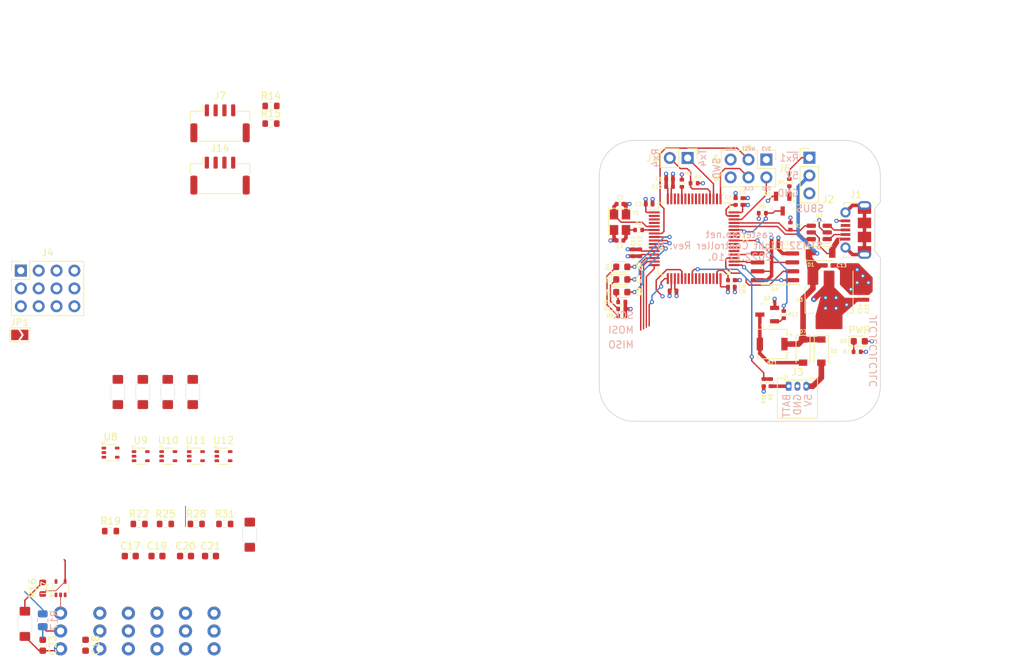
<source format=kicad_pcb>
(kicad_pcb (version 20240108) (generator "pcbnew") (generator_version "8.0")
  (layers (0 "F.Cu" signal) (1 "In1.Cu" power) (2 "In2.Cu" power) (31 "B.Cu" signal) (34 "B.Paste" user) (35 "F.Paste" user) (36 "B.SilkS" user "B.Silkscreen") (37 "F.SilkS" user "F.Silkscreen") (38 "B.Mask" user) (39 "F.Mask" user) (44 "Edge.Cuts" user))
  (net 0 "")
  (net 1 "GND")
  (net 2 "/NRST")
  (net 3 "/OSC_IN")
  (net 4 "/OSC_OUT")
  (net 5 "/VCAP1")
  (net 6 "/VCAP2")
  (net 7 "+5V")
  (net 8 "VBUS")
  (net 9 "/USB_CONN_D-")
  (net 10 "/USB_CONN_D+")
  (net 11 "Net-(BZ1--)")
  (net 12 "/UART1_RX")
  (net 13 "/BOOT0")
  (net 14 "+3.3V")
  (net 15 "/UART1_RX_INV")
  (net 16 "/LED_RED")
  (net 17 "/LED_GREEN")
  (net 18 "/LED_BLUE")
  (net 19 "/TIM5_CH1")
  (net 20 "/TIM5_CH2")
  (net 21 "/TIM5_CH3")
  (net 22 "/TIM5_CH4")
  (net 23 "Net-(D2-A)")
  (net 24 "Net-(D3-K)")
  (net 28 "Net-(D4-K)")
  (net 29 "Net-(D5-K)")
  (net 30 "/FLASH_NSS")
  (net 31 "/SPI2_SCK")
  (net 32 "Net-(D6-K)")
  (net 35 "/USB_D-")
  (net 36 "/USB_D+")
  (net 37 "/SWDIO")
  (net 38 "/SWCLK")
  (net 40 "/UART4_TX")
  (net 41 "/UART4_RX")
  (net 48 "/SPI2_MISO")
  (net 49 "/SPI2_MOSI")
  (net 51 "/PWM_5V")
  (net 52 "/SDA")
  (net 53 "/SCL")
  (net 54 "/Sensors/COUNT")
  (net 55 "Net-(C4-Pad1)")
  (net 56 "+BATT")
  (net 57 "/V_BATT")
  (net 58 "Net-(Q1-B)")
  (net 59 "/TIM3_CH4")
  (net 60 "Net-(Q2-B)")
  (net 61 "Net-(D8-A)")
  (net 62 "/rpm_1")
  (net 63 "Net-(D9-A)")
  (net 64 "/rpm_2")
  (net 65 "/rpm_3")
  (net 66 "Net-(D10-A)")
  (net 67 "/rpm_4")
  (net 68 "Net-(D11-A)")
  (net 69 "/rpm_5")
  (net 70 "Net-(D12-A)")
  (net 71 "/rpm_6")
  (net 72 "Net-(D13-A)")
  (net 95 "Net-(J10-Pin_2)")
  (footprint "Resistor_SMD:R_0402_1005Metric" (layer "F.Cu") (at 143.5 86.1 180)
    (property "Reference" "R4")
    (property "Value" "10k")
  )
  (footprint "Resistor_SMD:R_0402_1005Metric" (layer "F.Cu") (at 135.6 92.75)
    (property "Reference" "R2")
    (property "Value" "470")
  )
  (footprint "digikey-footprints:SOT-23-3" (layer "F.Cu") (at 156.1 89 -90)
    (property "Reference" "Q1")
    (property "Value" "S9013")
  )
  (footprint "SparkFun-Connector:1x03" (layer "F.Cu") (at 71.12 147.32 -90)
    (property "Reference" "J12")
    (property "Value" "Conn_01x03")
  )
  (footprint "Capacitor_SMD:C_0402_1005Metric" (layer "F.Cu") (at 132.95 94.25 180)
    (property "Reference" "C4")
    (property "Value" "10pF")
  )
  (footprint "Resistor_SMD:R_0402_1005Metric" (layer "F.Cu") (at 154.4 114.49 90)
    (property "Reference" "R9")
    (property "Value" "1k")
  )
  (footprint "Custom_Parts:PWM_Conn_3x04" (layer "F.Cu") (at 51.495 101.076)
    (property "Reference" "J4")
    (property "Value" "PWM_Conn_3x04")
  )
  (footprint "Capacitor_SMD:C_0402_1005Metric" (layer "F.Cu") (at 155 94.6)
    (property "Reference" "C16")
    (property "Value" "100nF")
  )
  (footprint "Connector_PinHeader_2.54mm:PinHeader_1x02_P2.54mm_Vertical" (layer "F.Cu") (at 142.575 82.5 -90)
    (property "Reference" "J5")
    (property "Value" "2.54mm Male")
  )
  (footprint "Capacitor_SMD:C_0402_1005Metric" (layer "F.Cu") (at 134.8 96 90)
    (property "Reference" "C11")
    (property "Value" "1uF")
  )
  (footprint "Resistor_SMD:R_0402_1005Metric" (layer "F.Cu") (at 156.25 104.8 -90)
    (property "Reference" "R13")
    (property "Value" "180")
  )
  (footprint "Resistor_SMD:R_0603_1608Metric" (layer "F.Cu") (at 83.281 77.6)
    (property "Reference" "R15")
    (property "Value" "10k")
  )
  (footprint "Package_TO_SOT_SMD:SOT-353_SC-70-5" (layer "F.Cu") (at 64.746 124.968)
    (property "Reference" "U9")
    (property "Value" "SN74LVC1G14QDCKRQ1")
  )
  (footprint "Connector_Molex:Molex_PicoBlade_53048-0310_1x03_P1.25mm_Horizontal" (layer "F.Cu") (at 156.95 115)
    (property "Reference" "J3")
    (property "Value" "Molex 53048-03")
  )
  (footprint "Capacitor_SMD:C_0402_1005Metric" (layer "F.Cu") (at 148.8 100.85)
    (property "Reference" "C8")
    (property "Value" "100nF")
  )
  (footprint "Capacitor_SMD:C_0402_1005Metric" (layer "F.Cu") (at 137.1 89.1)
    (property "Reference" "C3")
    (property "Value" "100nF")
  )
  (footprint "Resistor_SMD:R_0402_1005Metric" (layer "F.Cu") (at 133.2 105)
    (property "Reference" "R8")
    (property "Value" "1k")
  )
  (footprint "SparkFun-Connector:1x03" (layer "F.Cu") (at 75.184 147.32 -90)
    (property "Reference" "J13")
    (property "Value" "Conn_01x03")
  )
  (footprint "LED_SMD:LED_0603_1608Metric" (layer "F.Cu") (at 133.2 99.8)
    (property "Reference" "D5")
    (property "Value" "Green")
  )
  (footprint "Resistor_SMD:R_0402_1005Metric" (layer "F.Cu") (at 153.2 90.35)
    (property "Reference" "R6")
    (property "Value" "10k")
  )
  (footprint "Resistor_SMD:R_0603_1608Metric" (layer "F.Cu") (at 64.516 134.62)
    (property "Reference" "R22")
    (property "Value" "51R")
  )
  (footprint "Resistor_SMD:R_0603_1608Metric" (layer "F.Cu") (at 60.452 135.636)
    (property "Reference" "R19")
    (property "Value" "51R")
  )
  (footprint "Resistor_SMD:R_0603_1608Metric" (layer "F.Cu") (at 68.263 134.62)
    (property "Reference" "R25")
    (property "Value" "51R")
  )
  (footprint "Resistor_SMD:R_0402_1005Metric" (layer "F.Cu") (at 166.7 110.1)
    (property "Reference" "R7")
    (property "Value" "1k")
  )
  (footprint "Package_TO_SOT_SMD:SOT-353_SC-70-5" (layer "F.Cu") (at 60.452 124.46)
    (property "Reference" "U8")
    (property "Value" "SN74LVC1G14QDCKRQ1")
  )
  (footprint "Package_TO_SOT_SMD:SOT-223-3_TabPin2" (layer "F.Cu") (at 162.7 102.7 -90)
    (property "Reference" "U3")
    (property "Value" "AMS1117-3.3")
  )
  (footprint "Package_QFP:LQFP-64_10x10mm_P0.5mm" (layer "F.Cu") (at 143.5 94)
    (property "Reference" "U1")
    (property "Value" "STM32F405RGTx")
  )
  (footprint "Capacitor_SMD:C_0402_1005Metric" (layer "F.Cu") (at 148.8 99.9 180)
    (property "Reference" "C6")
    (property "Value" "2.2uF")
  )
  (footprint "Mlab_D:LED_1206_mill" (layer "F.Cu") (at 72.142 115.824 -90)
    (property "Reference" "D9" (hide yes))
    (property "Value" "KPTR-3216SURCK" (hide yes))
    (fp_line (start -0.8 1) (end 0.8 1) (stroke (width 0.05)) (layer "Edge.Cuts"))
    (fp_line (start 1.1 0.7) (end 1.1 -0.7) (stroke (width 0.05)) (layer "Edge.Cuts"))
    (fp_line (start -1.1 -0.7) (end -1.1 0.7) (stroke (width 0.05)) (layer "Edge.Cuts"))
    (fp_line (start 0.8 -1) (end -0.8 -1) (stroke (width 0.05)) (layer "Edge.Cuts"))
    (fp_arc (start -0.8 1) (mid -1.012132 0.912132) (end -1.1 0.7) (stroke (width 0.05)) (layer "Edge.Cuts"))
    (fp_arc (start 1.1 0.7) (mid 1.012132 0.912132) (end 0.8 1) (stroke (width 0.05)) (layer "Edge.Cuts"))
    (fp_arc (start -1.1 -0.7) (mid -1.012132 -0.912132) (end -0.8 -1) (stroke (width 0.05)) (layer "Edge.Cuts"))
    (fp_arc (start 0.8 -1) (mid 1.012132 -0.912132) (end 1.1 -0.7) (stroke (width 0.05)) (layer "Edge.Cuts"))
  )
  (footprint "Capacitor_SMD:C_0603_1608Metric" (layer "F.Cu") (at 63.259 139.192)
    (property "Reference" "C17")
    (property "Value" "10uF")
  )
  (footprint "SparkFun-Connector:1x03" (layer "F.Cu") (at 58.928 147.32 -90)
    (property "Reference" "J9")
    (property "Value" "Conn_01x03")
  )
  (footprint "Resistor_SMD:R_0402_1005Metric" (layer "F.Cu") (at 133.2 103)
    (property "Reference" "R12")
    (property "Value" "1k")
  )
  (footprint "Capacitor_SMD:C_0402_1005Metric" (layer "F.Cu") (at 149.4 88.7 90)
    (property "Reference" "C7")
    (property "Value" "2.2uF")
  )
  (footprint "Capacitor_SMD:C_0402_1005Metric" (layer "F.Cu") (at 150.4 88.7 90)
    (property "Reference" "C9")
    (property "Value" "100nF")
  )
  (footprint "Resistor_SMD:R_0402_1005Metric" (layer "F.Cu") (at 157.05 86 -90)
    (property "Reference" "R5")
    (property "Value" "1k")
  )
  (footprint "Jumper:SolderJumper-2_P1.3mm_Open_TrianglePad1.0x1.5mm" (layer "F.Cu") (at 47.535 107.696)
    (property "Reference" "JP1")
    (property "Value" "Jumper")
  )
  (footprint "Package_TO_SOT_SMD:SOT-353_SC-70-5" (layer "F.Cu") (at 76.521 124.968)
    (property "Reference" "U12")
    (property "Value" "SN74LVC1G14QDCKRQ1")
  )
  (footprint "MountingHole:MountingHole_3.2mm_M3" (layer "F.Cu") (at 165.25 84.75)
    (property "Reference" "H2" (hide yes))
    (property "Value" "MountingHole")
  )
  (footprint "Connector_USB:USB_Micro-B_Molex-105017-0001" (layer "F.Cu") (at 166.5 92.75 90)
    (property "Reference" "J1")
    (property "Value" "USB_B_Micro")
  )
  (footprint "Capacitor_SMD:C_0402_1005Metric" (layer "F.Cu") (at 167.15 102.2 90)
    (property "Reference" "C14")
    (property "Value" "100nF")
  )
  (footprint "digikey-footprints:SOT-23-3" (layer "F.Cu") (at 153.9 104.8 180)
    (property "Reference" "Q2")
    (property "Value" "S9013")
  )
  (footprint "Resistor_SMD:R_0402_1005Metric" (layer "F.Cu") (at 133.2 104)
    (property "Reference" "R11")
    (property "Value" "1k")
  )
  (footprint "Capacitor_SMD:C_0402_1005Metric" (layer "F.Cu") (at 135.8 96 90)
    (property "Reference" "C12")
    (property "Value" "100nF")
  )
  (footprint "LED_SMD:LED_0603_1608Metric" (layer "F.Cu") (at 133.2 101.6)
    (property "Reference" "D6")
    (property "Value" "Blue")
  )
  (footprint "MountingHole:MountingHole_3.2mm_M3" (layer "F.Cu") (at 134.75 115.25)
    (property "Reference" "H3" (hide yes))
    (property "Value" "MountingHole")
  )
  (footprint "Mlab_D:LED_1206_mill" (layer "F.Cu") (at 61.492 115.824 -90)
    (property "Reference" "D12" (hide yes))
    (property "Value" "KPTR-3216SURCK" (hide yes))
    (fp_line (start -0.8 1) (end 0.8 1) (stroke (width 0.05)) (layer "Edge.Cuts"))
    (fp_line (start 1.1 0.7) (end 1.1 -0.7) (stroke (width 0.05)) (layer "Edge.Cuts"))
    (fp_line (start -1.1 -0.7) (end -1.1 0.7) (stroke (width 0.05)) (layer "Edge.Cuts"))
    (fp_line (start 0.8 -1) (end -0.8 -1) (stroke (width 0.05)) (layer "Edge.Cuts"))
    (fp_arc (start -0.8 1) (mid -1.012132 0.912132) (end -1.1 0.7) (stroke (width 0.05)) (layer "Edge.Cuts"))
    (fp_arc (start 1.1 0.7) (mid 1.012132 0.912132) (end 0.8 1) (stroke (width 0.05)) (layer "Edge.Cuts"))
    (fp_arc (start -1.1 -0.7) (mid -1.012132 -0.912132) (end -0.8 -1) (stroke (width 0.05)) (layer "Edge.Cuts"))
    (fp_arc (start 0.8 -1) (mid 1.012132 -0.912132) (end 1.1 -0.7) (stroke (width 0.05)) (layer "Edge.Cuts"))
  )
  (footprint "Resistor_SMD:R_0402_1005Metric" (layer "F.Cu") (at 153.4 114.49 -90)
    (property "Reference" "R10")
    (property "Value" "1k")
  )
  (footprint "FUET-4020:FUET-4020" (layer "F.Cu") (at 154.6 109 180)
    (property "Reference" "BZ1")
    (property "Value" "FUET-4020")
  )
  (footprint "Capacitor_SMD:C_0603_1608Metric" (layer "F.Cu") (at 56.896 151.892 -90)
    (property "Reference" "C18")
    (property "Value" "10uF")
  )
  (footprint "Resistor_SMD:R_0603_1608Metric" (layer "F.Cu") (at 72.644 134.62)
    (property "Reference" "R28")
    (property "Value" "51R")
  )
  (footprint "Package_TO_SOT_SMD:SOT-353_SC-70-5" (layer "F.Cu") (at 72.596 124.968)
    (property "Reference" "U11")
    (property "Value" "SN74LVC1G14QDCKRQ1")
  )
  (footprint "Mlab_D:LED_1206_mill" (layer "F.Cu") (at 80.264 136.144 -90)
    (property "Reference" "D13" (hide yes))
    (property "Value" "KPTR-3216SURCK" (hide yes))
    (fp_line (start -0.8 1) (end 0.8 1) (stroke (width 0.05)) (layer "Edge.Cuts"))
    (fp_line (start 1.1 0.7) (end 1.1 -0.7) (stroke (width 0.05)) (layer "Edge.Cuts"))
    (fp_line (start -1.1 -0.7) (end -1.1 0.7) (stroke (width 0.05)) (layer "Edge.Cuts"))
    (fp_line (start 0.8 -1) (end -0.8 -1) (stroke (width 0.05)) (layer "Edge.Cuts"))
    (fp_arc (start -0.8 1) (mid -1.012132 0.912132) (end -1.1 0.7) (stroke (width 0.05)) (layer "Edge.Cuts"))
    (fp_arc (start 1.1 0.7) (mid 1.012132 0.912132) (end 0.8 1) (stroke (width 0.05)) (layer "Edge.Cuts"))
    (fp_arc (start -1.1 -0.7) (mid -1.012132 -0.912132) (end -0.8 -1) (stroke (width 0.05)) (layer "Edge.Cuts"))
    (fp_arc (start 0.8 -1) (mid 1.012132 -0.912132) (end 1.1 -0.7) (stroke (width 0.05)) (layer "Edge.Cuts"))
  )
  (footprint "Capacitor_SMD:C_0402_1005Metric" (layer "F.Cu") (at 132.95 89.05 180)
    (property "Reference" "C2")
    (property "Value" "10pF")
  )
  (footprint "Capacitor_SMD:C_0402_1005Metric" (layer "F.Cu") (at 140.5 101.4 180)
    (property "Reference" "C5" (hide yes))
    (property "Value" "100nF")
  )
  (footprint "Crystal:Crystal_SMD_Abracon_ABM8G-4Pin_3.2x2.5mm" (layer "F.Cu") (at 132.95 91.65 -90)
    (property "Reference" "Y1")
    (property "Value" "16MHz")
  )
  (footprint "Resistor_SMD:R_0603_1608Metric" (layer "F.Cu") (at 50.8 143.764 90)
    (property "Reference" "R16")
    (property "Value" "51R")
  )
  (footprint "Mlab_D:LED_1206_mill" (layer "F.Cu") (at 68.592 115.824 -90)
    (property "Reference" "D10" (hide yes))
    (property "Value" "KPTR-3216SURCK" (hide yes))
    (fp_line (start -0.8 1) (end 0.8 1) (stroke (width 0.05)) (layer "Edge.Cuts"))
    (fp_line (start 1.1 0.7) (end 1.1 -0.7) (stroke (width 0.05)) (layer "Edge.Cuts"))
    (fp_line (start -1.1 -0.7) (end -1.1 0.7) (stroke (width 0.05)) (layer "Edge.Cuts"))
    (fp_line (start 0.8 -1) (end -0.8 -1) (stroke (width 0.05)) (layer "Edge.Cuts"))
    (fp_arc (start -0.8 1) (mid -1.012132 0.912132) (end -1.1 0.7) (stroke (width 0.05)) (layer "Edge.Cuts"))
    (fp_arc (start 1.1 0.7) (mid 1.012132 0.912132) (end 0.8 1) (stroke (width 0.05)) (layer "Edge.Cuts"))
    (fp_arc (start -1.1 -0.7) (mid -1.012132 -0.912132) (end -0.8 -1) (stroke (width 0.05)) (layer "Edge.Cuts"))
    (fp_arc (start 0.8 -1) (mid 1.012132 -0.912132) (end 1.1 -0.7) (stroke (width 0.05)) (layer "Edge.Cuts"))
  )
  (footprint "Resistor_SMD:R_0402_1005Metric" (layer "F.Cu") (at 141.75 86.1 90)
    (property "Reference" "R1")
    (property "Value" "100k")
  )
  (footprint "Capacitor_SMD:C_0402_1005Metric" (layer "F.Cu") (at 162.7 97.8)
    (property "Reference" "C13")
    (property "Value" "10uF")
  )
  (footprint "MountingHole:MountingHole_3.2mm_M3" (layer "F.Cu") (at 134.75 84.75)
    (property "Reference" "H1" (hide yes))
    (property "Value" "MountingHole")
  )
  (footprint "Resistor_SMD:R_0603_1608Metric" (layer "F.Cu") (at 83.281 75.09)
    (property "Reference" "R14")
    (property "Value" "10k")
  )
  (footprint "Package_SO:SOIC-8_3.9x4.9mm_P1.27mm" (layer "F.Cu") (at 155 98 180)
    (property "Reference" "U4")
    (property "Value" "W25X40CLSN")
  )
  (footprint "LED_SMD:LED_0603_1608Metric" (layer "F.Cu") (at 133.2 98)
    (property "Reference" "D4")
    (property "Value" "Red")
  )
  (footprint "Diode_SMD:D_SOD-123" (layer "F.Cu") (at 161.6 110 -90)
    (property "Reference" "D2")
    (property "Value" "B5819W")
  )
  (footprint "Capacitor_SMD:C_0603_1608Metric" (layer "F.Cu") (at 71.12 139.192)
    (property "Reference" "C20")
    (property "Value" "10uF")
  )
  (footprint "Capacitor_SMD:C_0402_1005Metric" (layer "F.Cu") (at 168.1 102.2 90)
    (property "Reference" "C15")
    (property "Value" "10uF")
  )
  (footprint "Connector_JST:JST_GH_SM04B-GHS-TB_1x04-1MP_P1.25mm_Horizontal" (layer "F.Cu") (at 76.031 85.01)
    (property "Reference" "J14")
    (property "Value" "SM04B-GHS-TB")
  )
  (footprint "Mlab_D:LED_1206_mill" (layer "F.Cu") (at 48.26 148.844 -90)
    (property "Reference" "D8" (hide yes))
    (property "Value" "KPTR-3216SURCK" (hide yes))
    (fp_line (start -0.8 1) (end 0.8 1) (stroke (width 0.05)) (layer "Edge.Cuts"))
    (fp_line (start 1.1 0.7) (end 1.1 -0.7) (stroke (width 0.05)) (layer "Edge.Cuts"))
    (fp_line (start -1.1 -0.7) (end -1.1 0.7) (stroke (width 0.05)) (layer "Edge.Cuts"))
    (fp_line (start 0.8 -1) (end -0.8 -1) (stroke (width 0.05)) (layer "Edge.Cuts"))
    (fp_arc (start -0.8 1) (mid -1.012132 0.912132) (end -1.1 0.7) (stroke (width 0.05)) (layer "Edge.Cuts"))
    (fp_arc (start 1.1 0.7) (mid 1.012132 0.912132) (end 0.8 1) (stroke (width 0.05)) (layer "Edge.Cuts"))
    (fp_arc (start -1.1 -0.7) (mid -1.012132 -0.912132) (end -0.8 -1) (stroke (width 0.05)) (layer "Edge.Cuts"))
    (fp_arc (start 0.8 -1) (mid 1.012132 -0.912132) (end 1.1 -0.7) (stroke (width 0.05)) (layer "Edge.Cuts"))
  )
  (footprint "MountingHole:MountingHole_3.2mm_M3" (layer "F.Cu") (at 165.25 115.25)
    (property "Reference" "H4" (hide yes))
    (property "Value" "MountingHole")
  )
  (footprint "SparkFun-Connector:1x03" (layer "F.Cu") (at 62.992 147.32 -90)
    (property "Reference" "J10")
    (property "Value" "Conn_01x03")
  )
  (footprint "Connector_JST:JST_GH_SM04B-GHS-TB_1x04-1MP_P1.25mm_Horizontal" (layer "F.Cu") (at 76.031 77.56)
    (property "Reference" "J7")
    (property "Value" "SM04B-GHS-TB")
  )
  (footprint "Capacitor_SMD:C_0603_1608Metric" (layer "F.Cu") (at 74.676 139.192)
    (property "Reference" "C21")
    (property "Value" "10uF")
  )
  (footprint "Diode_SMD:D_SOD-123" (layer "F.Cu") (at 159 110 -90)
    (property "Reference" "D7")
    (property "Value" "B5819W")
  )
  (footprint "Package_TO_SOT_SMD:SOT-353_SC-70-5" (layer "F.Cu") (at 68.671 124.968)
    (property "Reference" "U10")
    (property "Value" "SN74LVC1G14QDCKRQ1")
  )
  (footprint "Package_TO_SOT_SMD:SOT-23-6" (layer "F.Cu") (at 161.3 93.1 180)
    (property "Reference" "U2")
    (property "Value" "USBLC6-2SC6")
  )
  (footprint "SparkFun-Connector:1x03" (layer "F.Cu") (at 53.34 147.32 -90)
    (property "Reference" "J8")
    (property "Value" "Conn_01x03")
  )
  (footprint "Package_TO_SOT_SMD:SOT-353_SC-70-5" (layer "F.Cu") (at 53.34 143.764 90)
    (property "Reference" "U7")
    (property "Value" "SN74LVC1G14QDCKRQ1")
  )
  (footprint "Connector_PinHeader_2.54mm:PinHeader_1x03_P2.54mm_Vertical" (layer "F.Cu") (at 159.9 82.46)
    (property "Reference" "J2")
    (property "Value" "2.54mm Male")
  )
  (footprint "Connector_PinHeader_2.54mm:PinHeader_2x03_P2.54mm_Vertical" (layer "F.Cu") (at 153.775 82.725 -90)
    (property "Reference" "J6")
    (property "Value" "2.54mm Male")
  )
  (footprint "Mlab_D:LED_1206_mill" (layer "F.Cu") (at 65.042 115.824 -90)
    (property "Reference" "D11" (hide yes))
    (property "Value" "KPTR-3216SURCK" (hide yes))
    (fp_line (start -0.8 1) (end 0.8 1) (stroke (width 0.05)) (layer "Edge.Cuts"))
    (fp_line (start 1.1 0.7) (end 1.1 -0.7) (stroke (width 0.05)) (layer "Edge.Cuts"))
    (fp_line (start -1.1 -0.7) (end -1.1 0.7) (stroke (width 0.05)) (layer "Edge.Cuts"))
    (fp_line (start 0.8 -1) (end -0.8 -1) (stroke (width 0.05)) (layer "Edge.Cuts"))
    (fp_arc (start -0.8 1) (mid -1.012132 0.912132) (end -1.1 0.7) (stroke (width 0.05)) (layer "Edge.Cuts"))
    (fp_arc (start 1.1 0.7) (mid 1.012132 0.912132) (end 0.8 1) (stroke (width 0.05)) (layer "Edge.Cuts"))
    (fp_arc (start -1.1 -0.7) (mid -1.012132 -0.912132) (end -0.8 -1) (stroke (width 0.05)) (layer "Edge.Cuts"))
    (fp_arc (start 0.8 -1) (mid 1.012132 -0.912132) (end 1.1 -0.7) (stroke (width 0.05)) (layer "Edge.Cuts"))
  )
  (footprint "Capacitor_SMD:C_0603_1608Metric" (layer "F.Cu") (at 50.8 151.892 -90)
    (property "Reference" "C23")
    (property "Value" "10uF")
  )
  (footprint "Capacitor_SMD:C_0603_1608Metric" (layer "F.Cu") (at 67.056 139.192)
    (property "Reference" "C19")
    (property "Value" "10uF")
  )
  (footprint "SparkFun-Connector:1x03" (layer "F.Cu") (at 67.056 147.32 -90)
    (property "Reference" "J11")
    (property "Value" "Conn_01x03")
  )
  (footprint "Resistor_SMD:R_0603_1608Metric" (layer "F.Cu") (at 76.708 134.62)
    (property "Reference" "R31")
    (property "Value" "51R")
  )
  (footprint "Diode_SMD:D_SOD-123" (layer "F.Cu") (at 161.5 96.1)
    (property "Reference" "D1")
    (property "Value" "B5819W")
  )
  (footprint "Resistor_SMD:R_0402_1005Metric" (layer "F.Cu") (at 157.2 92.2 -90)
    (property "Reference" "R3")
    (property "Value" "1.5k")
  )
  (footprint "Capacitor_SMD:C_0402_1005Metric" (layer "F.Cu") (at 140 86.6)
    (property "Reference" "C10")
    (property "Value" "100nF")
  )
  (footprint "Capacitor_SMD:C_0402_1005Metric" (layer "F.Cu") (at 140 85.5)
    (property "Reference" "C1")
    (property "Value" "10uF")
  )
  (footprint "LED_SMD:LED_0603_1608Metric" (layer "F.Cu") (at 167 108.6)
    (property "Reference" "D3")
    (property "Value" "Red")
  )
  (footprint "Resistor_SMD:R_0805_2012Metric" (layer "B.Cu") (at 50.8 148.336 90)
    (property "Reference" "R17")
    (property "Value" "82R")
  )
  (gr_poly (pts (xy 151.25 81) (xy 150.95 80.7) (xy 151.55 80.7)) (stroke (width 0.15)) (fill solid) (layer "F.SilkS"))
  (gr_line (start 169.2 95.8) (end 170 96.7) (stroke (width 0.1)) (layer "Edge.Cuts"))
  (gr_arc (start 135 120) (mid 131.464466 118.535534) (end 130 115) (stroke (width 0.1)) (layer "Edge.Cuts"))
  (gr_arc (start 170 115) (mid 168.535534 118.535534) (end 165 120) (stroke (width 0.1)) (layer "Edge.Cuts"))
  (gr_arc (start 165 80) (mid 168.535534 81.464466) (end 170 85) (stroke (width 0.1)) (layer "Edge.Cuts"))
  (gr_arc (start 130 85) (mid 131.464466 81.464466) (end 135 80) (stroke (width 0.1)) (layer "Edge.Cuts"))
  (gr_line (start 170 88.8) (end 169.2 89.7) (stroke (width 0.1)) (layer "Edge.Cuts"))
  (gr_line (start 170 96.7) (end 170 115) (stroke (width 0.1)) (layer "Edge.Cuts"))
  (gr_line (start 170 85) (end 170 88.8) (stroke (width 0.1)) (layer "Edge.Cuts"))
  (gr_line (start 165 120) (end 135 120) (stroke (width 0.1)) (layer "Edge.Cuts"))
  (gr_line (start 130 115) (end 130 85) (stroke (width 0.1)) (layer "Edge.Cuts"))
  (gr_line (start 135 80) (end 165 80) (stroke (width 0.1)) (layer "Edge.Cuts"))
  (gr_line (start 169.2 89.7) (end 169.2 95.8) (stroke (width 0.1)) (layer "Edge.Cuts"))
  (gr_text "GND" (at 158.5 87.5 0) (layer "B.SilkS") (effects (font (size 1 1)) (justify left mirror)))
  (gr_text "3V3" (at 153.8 81.2 0) (layer "B.SilkS") (effects (font (size 0.5 0.5) (thickness 0.1)) (justify mirror)))
  (gr_text "5V" (at 159.75 116 90) (layer "B.SilkS") (effects (font (size 1 1)) (justify left mirror)))
  (gr_text "BATT" (at 156.65 116 90) (layer "B.SilkS") (effects (font (size 1 1)) (justify left mirror)))
  (gr_text "SBUS" (at 160 89.7 0) (layer "B.SilkS") (effects (font (size 1 1)) (justify mirror)))
  (gr_text "GND" (at 158.2 116 90) (layer "B.SilkS") (effects (font (size 1 1)) (justify left mirror)))
  (gr_text "Rx4" (at 138 82.5 90) (layer "B.SilkS") (effects (font (size 1 1)) (justify mirror)))
  (gr_text "casterian.net\nSTM32 Flight Controller Rev. B\n2022.12.10." (at 150 95 0) (layer "B.SilkS") (effects (font (size 1 1)) (justify mirror)))
  (gr_text "MISO" (at 135 109.1 0) (layer "B.SilkS") (effects (font (size 1 1)) (justify left mirror)))
  (gr_text "Tx4" (at 144.7 82.5 90) (layer "B.SilkS") (effects (font (size 1 1)) (justify mirror)))
  (gr_text "CLK" (at 151.25 86.85 0) (layer "B.SilkS") (effects (font (size 0.5 0.5) (thickness 0.1)) (justify mirror)))
  (gr_text "DIO" (at 153.8 86.85 0) (layer "B.SilkS") (effects (font (size 0.5 0.5) (thickness 0.1)) (justify mirror)))
  (gr_text "JLCJLCJLCJLC" (at 169 110 90) (layer "B.SilkS") (effects (font (size 1 1)) (justify mirror)))
  (gr_text "SWD" (at 146.7 84 90) (layer "B.SilkS") (effects (font (size 1 1)) (justify mirror)))
  (gr_text "NRST" (at 151.25 81.2 0) (layer "B.SilkS") (effects (font (size 0.5 0.5) (thickness 0.1)) (justify mirror)))
  (gr_text "5V" (at 158.5 85 0) (layer "B.SilkS") (effects (font (size 1 1)) (justify left mirror)))
  (gr_text "MOSI" (at 135 107 0) (layer "B.SilkS") (effects (font (size 1 1)) (justify left mirror)))
  (gr_text "SCK" (at 135 104.9 0) (layer "B.SilkS") (effects (font (size 1 1)) (justify left mirror)))
  (gr_text "~{Rx}1" (at 158.5 82.5 0) (layer "B.SilkS") (effects (font (size 1 1)) (justify left mirror)))
  (gr_text "GND" (at 148.7 81.2 0) (layer "B.SilkS") (effects (font (size 0.5 0.5) (thickness 0.1)) (justify mirror)))
  (gr_text "B" (at 135 101.6 0) (layer "F.SilkS") (effects (font (size 1 1)) (justify left)))
  (gr_text "R" (at 135 98 0) (layer "F.SilkS") (effects (font (size 1 1)) (justify left)))
  (gr_text "5" (at 147.2 82.7 0) (layer "F.SilkS") (effects (font (size 1 1)) (justify right)))
  (gr_text "PWR" (at 167 107 0) (layer "F.SilkS") (effects (font (size 1 1))))
  (gr_text "G" (at 135 99.8 0) (layer "F.SilkS") (effects (font (size 1 1)) (justify left)))
  (gr_text "6" (at 147.2 85.3 0) (layer "F.SilkS") (effects (font (size 1 1)) (justify right)))
  (segment (start 166.0375 89.25) (end 165.0375 90.25) (width 0.5) (layer "F.Cu") (net 0))
  (segment (start 167.7375 91.75) (end 167.7375 89.85) (width 0.5) (layer "F.Cu") (net 0))
  (segment (start 166.0375 96.25) (end 165.0375 95.25) (width 0.5) (layer "F.Cu") (net 0))
  (segment (start 167.7375 96.25) (end 166.0375 96.25) (width 0.5) (layer "F.Cu") (net 0))
  (segment (start 167.7375 95.65) (end 167.7375 93.75) (width 0.5) (layer "F.Cu") (net 0))
  (segment (start 167.7375 89.25) (end 166.0375 89.25) (width 0.5) (layer "F.Cu") (net 0))
  (segment (start 71.12 132.08) (end 71.12 134.985368) (width 0.1) (layer "F.Cu") (net 0))
  (segment (start 167.7375 93.75) (end 167.7375 91.75) (width 0.5) (layer "F.Cu") (net 0))
  (segment (start 50.8 152.667) (end 53.073 152.667) (width 0.2) (layer "F.Cu") (net 1))
  (segment (start 137.58 89.1) (end 137.58 88.37) (width 0.5) (layer "F.Cu") (net 1))
  (segment (start 156.095 96.095) (end 155.48 95.48) (width 0.5) (layer "F.Cu") (net 1))
  (segment (start 155.15 87.95) (end 154.65 87.95) (width 0.2) (layer "F.Cu") (net 1))
  (segment (start 133.71 104) (end 133.71 105) (width 0.5) (layer "F.Cu") (net 1))
  (segment (start 48.26 150.644) (end 50.283 152.667) (width 0.2) (layer "F.Cu") (net 1))
  (segment (start 132.47 94.25) (end 131.6 94.25) (width 0.5) (layer "F.Cu") (net 1))
  (segment (start 149.4 88.22) (end 149.4 87.5) (width 0.5) (layer "F.Cu") (net 1))
  (segment (start 154.65 87.95) (end 154 88.6) (width 0.2) (layer "F.Cu") (net 1))
  (segment (start 157.475 96.095) (end 156.095 96.095) (width 0.5) (layer "F.Cu") (net 1))
  (segment (start 140.25 86.83) (end 140.48 86.6) (width 0.2) (layer "F.Cu") (net 1))
  (segment (start 133.43 89.05) (end 134.3 89.05) (width 0.5) (layer "F.Cu") (net 1))
  (segment (start 150.4 88.22) (end 151.13 88.22) (width 0.5) (layer "F.Cu") (net 1))
  (segment (start 132.1 93.88) (end 132.47 94.25) (width 0.5) (layer "F.Cu") (net 1))
  (segment (start 149.28 101.58) (end 149.3 101.6) (width 0.5) (layer "F.Cu") (net 1))
  (segment (start 153.4 115) (end 153.4 115.75) (width 0.5) (layer "F.Cu") (net 1))
  (segment (start 53.073 152.667) (end 53.34 152.4) (width 0.2) (layer "F.Cu") (net 1))
  (segment (start 140.25 88.325) (end 140.25 86.83) (width 0.2) (layer "F.Cu") (net 1))
  (segment (start 162.4375 93.1) (end 162.088604 93.1) (width 0.2) (layer "F.Cu") (net 1))
  (segment (start 137.58 88.37) (end 137.6 88.35) (width 0.5) (layer "F.Cu") (net 1))
  (segment (start 134.07 95.52) (end 134.05 95.5) (width 0.5) (layer "F.Cu") (net 1))
  (segment (start 135.8 95.52) (end 134.8 95.52) (width 0.5) (layer "F.Cu") (net 1))
  (segment (start 154.95 103.85) (end 154.95 102.55) (width 0.5) (layer "F.Cu") (net 1))
  (segment (start 140.48 86.6) (end 140.48 85.5) (width 0.5) (layer "F.Cu") (net 1))
  (segment (start 162.088604 93.1) (end 161.3 92.311396) (width 0.2) (layer "F.Cu") (net 1))
  (segment (start 133.8 89.42) (end 133.43 89.05) (width 0.5) (layer "F.Cu") (net 1))
  (segment (start 140.25 101.17) (end 140.02 101.4) (width 0.2) (layer "F.Cu") (net 1))
  (segment (start 133.71 103) (end 133.71 104) (width 0.5) (layer "F.Cu") (net 1))
  (segment (start 167.21 110.1) (end 167.95 110.1) (width 0.2) (layer "F.Cu") (net 1))
  (segment (start 155.48 93.87) (end 155.5 93.85) (width 0.5) (layer "F.Cu") (net 1))
  (segment (start 140.25 99.675) (end 140.25 101.17) (width 0.2) (layer "F.Cu") (net 1))
  (segment (start 149.28 100.85) (end 149.28 101.58) (width 0.5) (layer "F.Cu") (net 1))
  (segment (start 140.02 101.4) (end 140.02 102.13) (width 0.5) (layer "F.Cu") (net 1))
  (segment (start 140.48 85.5) (end 140.48 84.77) (width 0.5) (layer "F.Cu") (net 1))
  (segment (start 133.71 104) (end 134.45 104) (width 0.5) (layer "F.Cu") (net 1))
  (segment (start 141.75 85.59) (end 141.75 84.85) (width 0.2) (layer "F.Cu") (net 1))
  (segment (start 140.48 84.77) (end 140.5 84.75) (width 0.5) (layer "F.Cu") (net 1))
  (segment (start 134.8 95.52) (end 134.07 95.52) (width 0.5) (layer "F.Cu") (net 1))
  (segment (start 140.02 102.13) (end 140 102.15) (width 0.5) (layer "F.Cu") (net 1))
  (segment (start 151.13 88.22) (end 151.15 88.2) (width 0.5) (layer "F.Cu") (net 1))
  (segment (start 50.283 152.667) (end 50.8 152.667) (width 0.2) (layer "F.Cu") (net 1))
  (segment (start 136.03 95.75) (end 135.8 95.52) (width 0.2) (layer "F.Cu") (net 1))
  (segment (start 161.3 92.311396) (end 161.3 91.35) (width 0.2) (layer "F.Cu") (net 1))
  (segment (start 132.1 92.75) (end 132.1 93.88) (width 0.5) (layer "F.Cu") (net 1))
  (segment (start 133.8 90.55) (end 133.8 89.42) (width 0.5) (layer "F.Cu") (net 1))
  (segment (start 155.48 95.48) (end 155.48 94.6) (width 0.5) (layer "F.Cu") (net 1))
  (segment (start 136.03 95.75) (end 137.825 95.75) (width 0.2) (layer "F.Cu") (net 1))
  (segment (start 149.28 99.9) (end 150 99.9) (width 0.5) (layer "F.Cu") (net 1))
  (segment (start 155.48 94.6) (end 155.48 93.87) (width 0.5) (layer "F.Cu") (net 1))
  (segment (start 165.0375 91.45) (end 163.75 91.45) (width 0.2) (layer "F.Cu") (net 1))
  (via (at 131.6 94.25) (size 0.6) (drill 0.3) (layers "F.Cu" "B.Cu") (net 1))
  (via (at 137.6 88.35) (size 0.6) (drill 0.3) (layers "F.Cu" "B.Cu") (net 1))
  (via (at 167.95 110.1) (size 0.6) (drill 0.3) (layers "F.Cu" "B.Cu") (net 1))
  (via (at 141.75 84.85) (size 0.6) (drill 0.3) (layers "F.Cu" "B.Cu") (net 1))
  (via (at 153.4 115.75) (size 0.6) (drill 0.3) (layers "F.Cu" "B.Cu") (net 1))
  (via (at 134.45 104) (size 0.6) (drill 0.3) (layers "F.Cu" "B.Cu") (net 1))
  (via (at 134.3 89.05) (size 0.6) (drill 0.3) (layers "F.Cu" "B.Cu") (net 1))
  (via (at 166.7 98.4) (size 0.6) (drill 0.3) (layers "F.Cu" "B.Cu") (net 1))
  (via (at 155.5 93.85) (size 0.6) (drill 0.3) (layers "F.Cu" "B.Cu") (net 1))
  (via (at 165.8 101.2) (size 0.6) (drill 0.3) (layers "F.Cu" "B.Cu") (net 1))
  (via (at 154.95 102.55) (size 0.6) (drill 0.3) (layers "F.Cu" "B.Cu") (net 1))
  (via (at 140.5 84.75) (size 0.6) (drill 0.3) (layers "F.Cu" "B.Cu") (net 1))
  (via (at 168.3 100.25) (size 0.6) (drill 0.3) (layers "F.Cu" "B.Cu") (net 1))
  (via (at 149.4 87.5) (size 0.6) (drill 0.3) (layers "F.Cu" "B.Cu") (net 1))
  (via (at 166.7 100.25) (size 0.6) (drill 0.3) (layers "F.Cu" "B.Cu") (net 1))
  (via (at 140 102.15) (size 0.6) (drill 0.3) (layers "F.Cu" "B.Cu") (net 1))
  (via (at 149.3 101.6) (size 0.6) (drill 0.3) (layers "F.Cu" "B.Cu") (net 1))
  (via (at 163.75 91.45) (size 0.6) (drill 0.3) (layers "F.Cu" "B.Cu") (net 1))
  (via (at 167.5 99.3) (size 0.6) (drill 0.3) (layers "F.Cu" "B.Cu") (net 1))
  (via (at 161.3 91.35) (size 0.6) (drill 0.3) (layers "F.Cu" "B.Cu") (net 1))
  (via (at 150 99.9) (size 0.6) (drill 0.3) (layers "F.Cu" "B.Cu") (net 1))
  (via (at 151.15 88.2) (size 0.6) (drill 0.3) (layers "F.Cu" "B.Cu") (net 1))
  (via (at 154 88.6) (size 0.6) (drill 0.3) (layers "F.Cu" "B.Cu") (net 1))
  (via (at 134.05 95.5) (size 0.6) (drill 0.3) (layers "F.Cu" "B.Cu") (net 1))
  (segment (start 137.825 93.25) (end 138.9 93.25) (width 0.2) (layer "F.Cu") (net 2))
  (segment (start 139.2 92.95) (end 139.2 89.7) (width 0.2) (layer "F.Cu") (net 2))
  (segment (start 138.65 81.9) (end 139.45 81.1) (width 0.2) (layer "F.Cu") (net 2))
  (segment (start 149.61 81.1) (end 151.235 82.725) (width 0.2) (layer "F.Cu") (net 2))
  (segment (start 138.9 93.25) (end 139.2 92.95) (width 0.2) (layer "F.Cu") (net 2))
  (segment (start 138.65 89.15) (end 138.65 81.9) (width 0.2) (layer "F.Cu") (net 2))
  (segment (start 139.2 89.7) (end 138.65 89.15) (width 0.2) (layer "F.Cu") (net 2))
  (segment (start 139.45 81.1) (end 149.61 81.1) (width 0.2) (layer "F.Cu") (net 2))
  (segment (start 133.1 91.65) (end 136.1 91.65) (width 0.2) (layer "F.Cu") (net 3))
  (segment (start 132.1 90.55) (end 132.1 90.65) (width 0.2) (layer "F.Cu") (net 3))
  (segment (start 132.1 90.55) (end 132.1 89.42) (width 0.5) (layer "F.Cu") (net 3))
  (segment (start 136.1 91.65) (end 136.7 92.25) (width 0.2) (layer "F.Cu") (net 3))
  (segment (start 132.1 90.65) (end 133.1 91.65) (width 0.2) (layer "F.Cu") (net 3))
  (segment (start 132.1 89.42) (end 132.47 89.05) (width 0.5) (layer "F.Cu") (net 3))
  (segment (start 136.7 92.25) (end 137.825 92.25) (width 0.2) (layer "F.Cu") (net 3))
  (segment (start 137.825 92.75) (end 136.11 92.75) (width 0.2) (layer "F.Cu") (net 4))
  (segment (start 146.975 98.5) (end 147.6 98.5) (width 0.2) (layer "F.Cu") (net 5))
  (segment (start 146.75 99.675) (end 146.75 98.725) (width 0.2) (layer "F.Cu") (net 5))
  (segment (start 146.75 98.725) (end 146.975 98.5) (width 0.2) (layer "F.Cu") (net 5))
  (segment (start 147.6 98.5) (end 148.32 99.22) (width 0.2) (layer "F.Cu") (net 5))
  (segment (start 148.32 99.22) (end 148.32 99.9) (width 0.2) (layer "F.Cu") (net 5))
  (segment (start 148.6825 89.18) (end 149.4 89.18) (width 0.2) (layer "F.Cu") (net 6))
  (segment (start 148.05 89.8125) (end 148.6825 89.18) (width 0.2) (layer "F.Cu") (net 6))
  (segment (start 149.175 90.75) (end 148.25 90.75) (width 0.2) (layer "F.Cu") (net 6))
  (segment (start 148.05 90.55) (end 148.05 89.8125) (width 0.2) (layer "F.Cu") (net 6))
  (segment (start 148.25 90.75) (end 148.05 90.55) (width 0.2) (layer "F.Cu") (net 6))
  (segment (start 158.35 109) (end 159 108.35) (width 0.8) (layer "F.Cu") (net 7))
  (segment (start 160.4 99.55) (end 160.4 101.1) (width 0.8) (layer "F.Cu") (net 7))
  (segment (start 156.35 109) (end 158.35 109) (width 0.8) (layer "F.Cu") (net 7))
  (segment (start 160.4 101.1) (end 159 102.5) (width 0.8) (layer "F.Cu") (net 7))
  (segment (start 159 102.5) (end 159 106.75) (width 0.8) (layer "F.Cu") (net 7))
  (segment (start 159 108.35) (end 161.6 108.35) (width 0.8) (layer "F.Cu") (net 7))
  (segment (start 159 106.75) (end 159 108.35) (width 0.8) (layer "F.Cu") (net 7))
  (segment (start 159.85 96.1) (end 161 96.1) (width 0.5) (layer "F.Cu") (net 7))
  (via (at 161 96.1) (size 0.6) (drill 0.3) (layers "F.Cu" "B.Cu") (net 7))
  (segment (start 161 96.1) (end 158.3 93.4) (width 0.5) (layer "B.Cu") (net 7))
  (segment (start 158.3 93.4) (end 158.3 86.6) (width 0.5) (layer "B.Cu") (net 7))
  (segment (start 158.3 86.6) (end 159.9 85) (width 0.5) (layer "B.Cu") (net 7))
  (segment (start 161.3 95) (end 162.4 96.1) (width 0.2) (layer "F.Cu") (net 8))
  (segment (start 160.1625 93.1) (end 160.511396 93.1) (width 0.2) (layer "F.Cu") (net 8))
  (segment (start 161.3 93.888604) (end 161.3 95) (width 0.2) (layer "F.Cu") (net 8))
  (segment (start 162.4 96.1) (end 163.15 96.1) (width 0.2) (layer "F.Cu") (net 8))
  (segment (start 160.511396 93.1) (end 161.3 93.888604) (width 0.2) (layer "F.Cu") (net 8))
  (segment (start 163.436396 93.4) (end 162.786396 94.05) (width 0.2) (layer "F.Cu") (net 9))
  (segment (start 163.436396 93.4) (end 165.0375 93.4) (width 0.2) (layer "F.Cu") (net 9))
  (segment (start 162.786396 94.05) (end 162.4375 94.05) (width 0.2) (layer "F.Cu") (net 9))
  (segment (start 163.386396 92.75) (end 165.0375 92.75) (width 0.2) (layer "F.Cu") (net 10))
  (segment (start 162.786396 92.15) (end 162.4375 92.15) (width 0.2) (layer "F.Cu") (net 10))
  (segment (start 163.386396 92.75) (end 162.786396 92.15) (width 0.2) (layer "F.Cu") (net 10))
  (segment (start 154.15 111.65) (end 152.85 110.35) (width 0.5) (layer "F.Cu") (net 11))
  (segment (start 159 111.65) (end 154.15 111.65) (width 0.5) (layer "F.Cu") (net 11))
  (segment (start 152.85 104.8) (end 152.85 109) (width 0.5) (layer "F.Cu") (net 11))
  (segment (start 152.85 110.35) (end 152.85 109) (width 0.5) (layer "F.Cu") (net 11))
  (segment (start 153.71 90.35) (end 154.7 90.35) (width 0.2) (layer "F.Cu") (net 12))
  (segment (start 155 90.05) (end 156.1 90.05) (width 0.2) (layer "F.Cu") (net 12))
  (segment (start 149.175 92.75) (end 150.35 92.75) (width 0.2) (layer "F.Cu") (net 12))
  (segment (start 154.7 90.35) (end 155 90.05) (width 0.2) (layer "F.Cu") (net 12))
  (segment (start 153.71 90.35) (end 153.71 91.14) (width 0.2) (layer "F.Cu") (net 12))
  (segment (start 150.35 92.75) (end 150.6 93) (width 0.2) (layer "F.Cu") (net 12))
  (segment (start 153.71 91.14) (end 153.7 91.15) (width 0.2) (layer "F.Cu") (net 12))
  (via (at 153.7 91.15) (size 0.6) (drill 0.3) (layers "F.Cu" "B.Cu") (net 12))
  (via (at 150.6 93) (size 0.6) (drill 0.3) (layers "F.Cu" "B.Cu") (net 12))
  (segment (start 151.85 93) (end 150.6 93) (width 0.2) (layer "B.Cu") (net 12))
  (segment (start 153.7 91.15) (end 151.85 93) (width 0.2) (layer "B.Cu") (net 12))
  (segment (start 141.75 88.325) (end 141.75 86.61) (width 0.2) (layer "F.Cu") (net 13))
  (segment (start 154.52 94.6) (end 154.52 93.87) (width 0.5) (layer "F.Cu") (net 14))
  (segment (start 139.52 85.5) (end 139.52 84.77) (width 0.5) (layer "F.Cu") (net 14))
  (segment (start 140.98 102.13) (end 141 102.15) (width 0.5) (layer "F.Cu") (net 14))
  (segment (start 139.52 86.6) (end 139.52 85.5) (width 0.5) (layer "F.Cu") (net 14))
  (segment (start 152.69 91.14) (end 152.7 91.15) (width 0.2) (layer "F.Cu") (net 14))
  (segment (start 147.25 100.75) (end 147.25 99.675) (width 0.2) (layer "F.Cu") (net 14))
  (segment (start 154.52 93.87) (end 154.5 93.85) (width 0.5) (layer "F.Cu") (net 14))
  (segment (start 139.75 86.83) (end 139.52 86.6) (width 0.2) (layer "F.Cu") (net 14))
  (segment (start 135.8 96.48) (end 134.8 96.48) (width 0.5) (layer "F.Cu") (net 14))
  (segment (start 148.32 101.58) (end 148.3 101.6) (width 0.5) (layer "F.Cu") (net 14))
  (segment (start 150.4 90.1) (end 150.4 89.18) (width 0.2) (layer "F.Cu") (net 14))
  (segment (start 139.75 88.325) (end 139.75 86.83) (width 0.2) (layer "F.Cu") (net 14))
  (segment (start 136.03 96.25) (end 135.8 96.48) (width 0.2) (layer "F.Cu") (net 14))
  (segment (start 136.75 90.25) (end 137.825 90.25) (width 0.2) (layer "F.Cu") (net 14))
  (segment (start 140.98 101.4) (end 140.98 102.13) (width 0.5) (layer "F.Cu") (net 14))
  (segment (start 152.525 98.635) (end 154.505 98.635) (width 0.2) (layer "F.Cu") (net 14))
  (segment (start 136.62 89.1) (end 136.62 90.12) (width 0.2) (layer "F.Cu") (net 14))
  (segment (start 157.2 91.69) (end 157.2 91) (width 0.2) (layer "F.Cu") (net 14))
  (segment (start 154.52 94.6) (end 154.52 99.28) (width 0.5) (layer "F.Cu") (net 14))
  (segment (start 136.62 88.37) (end 136.6 88.35) (width 0.5) (layer "F.Cu") (net 14))
  (segment (start 152.69 90.35) (end 152.69 91.14) (width 0.2) (layer "F.Cu") (net 14))
  (segment (start 136.62 90.12) (end 136.75 90.25) (width 0.2) (layer "F.Cu") (net 14))
  (segment (start 150.25 90.25) (end 150.4 90.1) (width 0.2) (layer "F.Cu") (net 14))
  (segment (start 167.7875 108.6) (end 168.8 108.6) (width 0.2) (layer "F.Cu") (net 14))
  (segment (start 153.895 99.905) (end 152.525 99.905) (width 0.5) (layer "F.Cu") (net 14))
  (segment (start 139.52 84.77) (end 139.5 84.75) (width 0.5) (layer "F.Cu") (net 14))
  (segment (start 140.75 101.17) (end 140.98 101.4) (width 0.2) (layer "F.Cu") (net 14))
  (segment (start 157.475 97.365) (end 154.565 97.365) (width 0.2) (layer "F.Cu") (net 14))
  (segment (start 154.52 99.28) (end 153.895 99.905) (width 0.5) (layer "F.Cu") (net 14))
  (segment (start 148.32 100.85) (end 148.32 101.58) (width 0.5) (layer "F.Cu") (net 14))
  (segment (start 149.175 90.25) (end 150.25 90.25) (width 0.2) (layer "F.Cu") (net 14))
  (segment (start 151.13 89.18) (end 151.15 89.2) (width 0.5) (layer "F.Cu") (net 14))
  (segment (start 148.32 100.85) (end 147.35 100.85) (width 0.2) (layer "F.Cu") (net 14))
  (segment (start 136.03 96.25) (end 137.825 96.25) (width 0.2) (layer "F.Cu") (net 14))
  (segment (start 150.4 89.18) (end 151.13 89.18) (width 0.5) (layer "F.Cu") (net 14))
  (segment (start 162.7 100.444) (end 160.528 102.616) (width 0.8) (layer "F.Cu") (net 14))
  (segment (start 134.07 96.48) (end 134.05 96.5) (width 0.5) (layer "F.Cu") (net 14))
  (segment (start 134.8 96.48) (end 134.07 96.48) (width 0.5) (layer "F.Cu") (net 14))
  (segment (start 147.35 100.85) (end 147.25 100.75) (width 0.2) (layer "F.Cu") (net 14))
  (segment (start 136.62 89.1) (end 136.62 88.37) (width 0.5) (layer "F.Cu") (net 14))
  (segment (start 144.01 86.1) (end 144.75 86.1) (width 0.2) (layer "F.Cu") (net 14))
  (segment (start 162.7 99.55) (end 162.7 100.444) (width 0.8) (layer "F.Cu") (net 14))
  (segment (start 140.75 99.675) (end 140.75 101.17) (width 0.2) (layer "F.Cu") (net 14))
  (via (at 152.7 91.15) (size 0.6) (drill 0.3) (layers "F.Cu" "B.Cu") (net 14))
  (via (at 136.6 88.35) (size 0.6) (drill 0.3) (layers "F.Cu" "B.Cu") (net 14))
  (via (at 160.528 102.616) (size 0.6) (drill 0.3) (layers "F.Cu" "B.Cu") (net 14))
  (via (at 134.05 96.5) (size 0.6) (drill 0.3) (layers "F.Cu" "B.Cu") (net 14))
  (via (at 162.2 102.4) (size 0.6) (drill 0.3) (layers "F.Cu" "B.Cu") (net 14))
  (via (at 144.75 86.1) (size 0.6) (drill 0.3) (layers "F.Cu" "B.Cu") (net 14))
  (via (at 154.5 93.85) (size 0.6) (drill 0.3) (layers "F.Cu" "B.Cu") (net 14))
  (via (at 163.7 103.9) (size 0.6) (drill 0.3) (layers "F.Cu" "B.Cu") (net 14))
  (via (at 141 102.15) (size 0.6) (drill 0.3) (layers "F.Cu" "B.Cu") (net 14))
  (via (at 157.2 91) (size 0.6) (drill 0.3) (layers "F.Cu" "B.Cu") (net 14))
  (via (at 163.7 102.4) (size 0.6) (drill 0.3) (layers "F.Cu" "B.Cu") (net 14))
  (via (at 139.5 84.75) (size 0.6) (drill 0.3) (layers "F.Cu" "B.Cu") (net 14))
  (via (at 168.8 108.6) (size 0.6) (drill 0.3) (layers "F.Cu" "B.Cu") (net 14))
  (via (at 151.15 89.2) (size 0.6) (drill 0.3) (layers "F.Cu" "B.Cu") (net 14))
  (via (at 162.2 103.9) (size 0.6) (drill 0.3) (layers "F.Cu" "B.Cu") (net 14))
  (via (at 165.2 103.4) (size 0.6) (drill 0.3) (layers "F.Cu" "B.Cu") (net 14))
  (via (at 148.3 101.6) (size 0.6) (drill 0.3) (layers "F.Cu" "B.Cu") (net 14))
  (segment (start 50.8 146.812) (end 48.26 144.272) (width 0.2) (layer "B.Cu") (net 14))
  (segment (start 50.8 147.4235) (end 50.8 146.812) (width 0.2) (layer "B.Cu") (net 14))
  (segment (start 159.9 82.46) (end 158.79 82.46) (width 0.2) (layer "F.Cu") (net 15))
  (segment (start 158.79 82.46) (end 157.05 84.2) (width 0.2) (layer "F.Cu") (net 15))
  (segment (start 157.05 85.49) (end 157.05 84.2) (width 0.2) (layer "F.Cu") (net 15))
  (segment (start 133.9875 98) (end 135 98) (width 0.2) (layer "F.Cu") (net 16))
  (segment (start 137.825 93.75) (end 140 93.75) (width 0.2) (layer "F.Cu") (net 16))
  (via (at 140 93.75) (size 0.6) (drill 0.3) (layers "F.Cu" "B.Cu") (net 16))
  (via (at 135 98) (size 0.6) (drill 0.3) (layers "F.Cu" "B.Cu") (net 16))
  (segment (start 139.25 93.75) (end 140 93.75) (width 0.2) (layer "B.Cu") (net 16))
  (segment (start 135 98) (end 139.25 93.75) (width 0.2) (layer "B.Cu") (net 16))
  (segment (start 133.9875 99.8) (end 135 99.8) (width 0.2) (layer "F.Cu") (net 17))
  (segment (start 137.825 94.25) (end 139.6 94.25) (width 0.2) (layer "F.Cu") (net 17))
  (segment (start 139.6 94.25) (end 140 94.65) (width 0.2) (layer "F.Cu") (net 17))
  (via (at 140 94.65) (size 0.6) (drill 0.3) (layers "F.Cu" "B.Cu") (net 17))
  (via (at 135 99.8) (size 0.6) (drill 0.3) (layers "F.Cu" "B.Cu") (net 17))
  (segment (start 135 99.8) (end 135.7 99.1) (width 0.2) (layer "B.Cu") (net 17))
  (segment (start 139.15 94.65) (end 140 94.65) (width 0.2) (layer "B.Cu") (net 17))
  (segment (start 135.7 98.1) (end 139.15 94.65) (width 0.2) (layer "B.Cu") (net 17))
  (segment (start 135.7 99.1) (end 135.7 98.1) (width 0.2) (layer "B.Cu") (net 17))
  (segment (start 137.825 94.75) (end 138.8 94.75) (width 0.2) (layer "F.Cu") (net 18))
  (segment (start 138.8 94.75) (end 139.45 95.4) (width 0.2) (layer "F.Cu") (net 18))
  (segment (start 133.9875 101.6) (end 135 101.6) (width 0.2) (layer "F.Cu") (net 18))
  (via (at 139.45 95.4) (size 0.6) (drill 0.3) (layers "F.Cu" "B.Cu") (net 18))
  (via (at 135 101.6) (size 0.6) (drill 0.3) (layers "F.Cu" "B.Cu") (net 18))
  (segment (start 136.2 100.4) (end 136.2 98.65) (width 0.2) (layer "B.Cu") (net 18))
  (segment (start 135 101.6) (end 136.2 100.4) (width 0.2) (layer "B.Cu") (net 18))
  (segment (start 136.2 98.65) (end 139.45 95.4) (width 0.2) (layer "B.Cu") (net 18))
  (segment (start 161.6 113.8) (end 160.4 115) (width 0.8) (layer "F.Cu") (net 23))
  (segment (start 161.6 111.65) (end 161.6 113.8) (width 0.8) (layer "F.Cu") (net 23))
  (segment (start 160.4 115) (end 159.45 115) (width 0.8) (layer "F.Cu") (net 23))
  (segment (start 166.2125 110.0775) (end 166.19 110.1) (width 0.2) (layer "F.Cu") (net 24))
  (segment (start 166.2125 108.6) (end 166.2125 110.0775) (width 0.2) (layer "F.Cu") (net 24))
  (segment (start 131.1 99.3125) (end 131.1 103.41) (width 0.2) (layer "F.Cu") (net 28))
  (segment (start 132.4125 98) (end 131.1 99.3125) (width 0.2) (layer "F.Cu") (net 28))
  (segment (start 131.1 103.41) (end 132.69 105) (width 0.2) (layer "F.Cu") (net 28))
  (segment (start 131.6 100.6125) (end 132.4125 99.8) (width 0.2) (layer "F.Cu") (net 29))
  (segment (start 132.69 104) (end 131.6 102.91) (width 0.2) (layer "F.Cu") (net 29))
  (segment (start 131.6 102.91) (end 131.6 100.6125) (width 0.2) (layer "F.Cu") (net 29))
  (segment (start 157.47 99.9) (end 157.475 99.905) (width 0.2) (layer "F.Cu") (net 30))
  (segment (start 155.9 99.9) (end 157.47 99.9) (width 0.2) (layer "F.Cu") (net 30))
  (segment (start 149.175 97.75) (end 150.3 97.75) (width 0.2) (layer "F.Cu") (net 30))
  (segment (start 150.3 97.75) (end 150.6 98.05) (width 0.2) (layer "F.Cu") (net 30))
  (via (at 155.9 99.9) (size 0.6) (drill 0.3) (layers "F.Cu" "B.Cu") (net 30))
  (via (at 150.6 98.05) (size 0.6) (drill 0.3) (layers "F.Cu" "B.Cu") (net 30))
  (segment (start 152.45 99.9) (end 155.9 99.9) (width 0.2) (layer "B.Cu") (net 30))
  (segment (start 150.6 98.05) (end 152.45 99.9) (width 0.2) (layer "B.Cu") (net 30))
  (segment (start 150.965 97.365) (end 152.525 97.365) (width 0.2) (layer "F.Cu") (net 31))
  (segment (start 150.965 97.365) (end 150.85 97.25) (width 0.2) (layer "F.Cu") (net 31))
  (segment (start 150.85 97.25) (end 149.175 97.25) (width 0.2) (layer "F.Cu") (net 31))
  (segment (start 132.4125 101.6) (end 132.4125 102.2625) (width 0.2) (layer "F.Cu") (net 32))
  (segment (start 132.69 102.54) (end 132.69 103) (width 0.2) (layer "F.Cu") (net 32))
  (segment (start 132.4125 102.2625) (end 132.69 102.54) (width 0.2) (layer "F.Cu") (net 32))
  (segment (start 155.35 92.25) (end 149.175 92.25) (width 0.2) (layer "F.Cu") (net 35))
  (segment (start 159.25 94.05) (end 158.55 93.35) (width 0.2) (layer "F.Cu") (net 35))
  (segment (start 160.1625 94.05) (end 159.25 94.05) (width 0.2) (layer "F.Cu") (net 35))
  (segment (start 156.45 93.35) (end 155.35 92.25) (width 0.2) (layer "F.Cu") (net 35))
  (segment (start 158.55 93.35) (end 156.45 93.35) (width 0.2) (layer "F.Cu") (net 35))
  (segment (start 159.2125 92.1875) (end 158.55 92.85) (width 0.2) (layer "F.Cu") (net 36))
  (segment (start 160.1625 92.15) (end 160.125 92.1875) (width 0.2) (layer "F.Cu") (net 36))
  (segment (start 158.55 92.85) (end 156.65 92.85) (width 0.2) (layer "F.Cu") (net 36))
  (segment (start 155.55 91.75) (end 149.175 91.75) (width 0.2) (layer "F.Cu") (net 36))
  (segment (start 160.125 92.1875) (end 159.2125 92.1875) (width 0.2) (layer "F.Cu") (net 36))
  (segment (start 156.65 92.85) (end 155.55 91.75) (width 0.2) (layer "F.Cu") (net 36))
  (segment (start 149.175 91.25) (end 150.25 91.25) (width 0.2) (layer "F.Cu") (net 37))
  (segment (start 150.25 91.25) (end 153.775 87.725) (width 0.2) (layer "F.Cu") (net 37))
  (segment (start 153.775 87.725) (end 153.775 85.265) (width 0.2) (layer "F.Cu") (net 37))
  (segment (start 147.25 88.325) (end 147.25 84.65) (width 0.2) (layer "F.Cu") (net 38))
  (segment (start 149.97 84) (end 151.235 85.265) (width 0.2) (layer "F.Cu") (net 38))
  (segment (start 147.25 84.65) (end 147.9 84) (width 0.2) (layer "F.Cu") (net 38))
  (segment (start 147.9 84) (end 149.97 84) (width 0.2) (layer "F.Cu") (net 38))
  (segment (start 146.25 86.175) (end 142.575 82.5) (width 0.2) (layer "F.Cu") (net 40))
  (segment (start 146.25 88.325) (end 146.25 86.175) (width 0.2) (layer "F.Cu") (net 40))
  (segment (start 145.75 87.25) (end 145.4 86.9) (width 0.2) (layer "F.Cu") (net 41))
  (segment (start 142.99 86.64) (end 142.99 86.1) (width 0.2) (layer "F.Cu") (net 41))
  (segment (start 145.4 86.9) (end 143.25 86.9) (width 0.2) (layer "F.Cu") (net 41))
  (segment (start 142.5 84) (end 142.99 84.49) (width 0.2) (layer "F.Cu") (net 41))
  (segment (start 143.25 86.9) (end 142.99 86.64) (width 0.2) (layer "F.Cu") (net 41))
  (segment (start 142.99 84.49) (end 142.99 86.1) (width 0.2) (layer "F.Cu") (net 41))
  (segment (start 145.75 88.325) (end 145.75 87.25) (width 0.2) (layer "F.Cu") (net 41))
  (segment (start 141.535 84) (end 142.5 84) (width 0.2) (layer "F.Cu") (net 41))
  (segment (start 140.035 82.5) (end 141.535 84) (width 0.2) (layer "F.Cu") (net 41))
  (segment (start 149.175 96.75) (end 148.2 96.75) (width 0.2) (layer "F.Cu") (net 48))
  (segment (start 154.2 100.6) (end 156.165 98.635) (width 0.2) (layer "F.Cu") (net 48))
  (segment (start 148 96.95) (end 148 98.1) (width 0.2) (layer "F.Cu") (net 48))
  (segment (start 148 98.1) (end 148.8 98.9) (width 0.2) (layer "F.Cu") (net 48))
  (segment (start 148.2 96.75) (end 148 96.95) (width 0.2) (layer "F.Cu") (net 48))
  (segment (start 150.2 98.9) (end 150.9 99.6) (width 0.2) (layer "F.Cu") (net 48))
  (segment (start 151.3 100.6) (end 154.2 100.6) (width 0.2) (layer "F.Cu") (net 48))
  (segment (start 156.165 98.635) (end 157.475 98.635) (width 0.2) (layer "F.Cu") (net 48))
  (segment (start 150.9 100.2) (end 151.3 100.6) (width 0.2) (layer "F.Cu") (net 48))
  (segment (start 148.8 98.9) (end 150.2 98.9) (width 0.2) (layer "F.Cu") (net 48))
  (segment (start 150.9 99.6) (end 150.9 100.2) (width 0.2) (layer "F.Cu") (net 48))
  (segment (start 151.005 96.095) (end 152.525 96.095) (width 0.2) (layer "F.Cu") (net 49))
  (segment (start 150.85 96.25) (end 149.175 96.25) (width 0.2) (layer "F.Cu") (net 49))
  (segment (start 151.005 96.095) (end 150.85 96.25) (width 0.2) (layer "F.Cu") (net 49))
  (segment (start 53.34 147.32) (end 53.34 144.714) (width 0.1) (layer "F.Cu") (net 54))
  (segment (start 133.8 92.75) (end 133.8 93.88) (width 0.5) (layer "F.Cu") (net 55))
  (segment (start 135.09 92.75) (end 133.8 92.75) (width 0.2) (layer "F.Cu") (net 55))
  (segment (start 133.8 93.88) (end 133.43 94.25) (width 0.5) (layer "F.Cu") (net 55))
  (segment (start 154.4 115) (end 156.5 115) (width 0.5) (layer "F.Cu") (net 56))
  (segment (start 153.4 113.1) (end 151.7 111.4) (width 0.2) (layer "F.Cu") (net 57))
  (segment (start 153.4 113.98) (end 153.4 113.1) (width 0.2) (layer "F.Cu") (net 57))
  (segment (start 143.55 98.35) (end 143.25 98.65) (width 0.2) (layer "F.Cu") (net 57))
  (segment (start 154.4 113.98) (end 153.4 113.98) (width 0.5) (layer "F.Cu") (net 57))
  (segment (start 143.25 98.65) (end 143.25 99.675) (width 0.2) (layer "F.Cu") (net 57))
  (segment (start 151.7 111.4) (end 151.7 110.8) (width 0.2) (layer "F.Cu") (net 57))
  (segment (start 144 98.35) (end 143.55 98.35) (width 0.2) (layer "F.Cu") (net 57))
  (via (at 151.7 110.8) (size 0.6) (drill 0.3) (layers "F.Cu" "B.Cu") (net 57))
  (via (at 144 98.35) (size 0.6) (drill 0.3) (layers "F.Cu" "B.Cu") (net 57))
  (segment (start 151.7 100.4) (end 151.7 110.8) (width 0.2) (layer "B.Cu") (net 57))
  (segment (start 144 98.35) (end 149.65 98.35) (width 0.2) (layer "B.Cu") (net 57))
  (segment (start 149.65 98.35) (end 151.7 100.4) (width 0.2) (layer "B.Cu") (net 57))
  (segment (start 157.05 86.51) (end 157.05 87.95) (width 0.2) (layer "F.Cu") (net 58))
  (segment (start 149.175 94.25) (end 152.5 94.25) (width 0.2) (layer "F.Cu") (net 59))
  (segment (start 156.25 104.29) (end 156.25 103.55) (width 0.2) (layer "F.Cu") (net 59))
  (via (at 152.5 94.25) (size 0.6) (drill 0.3) (layers "F.Cu" "B.Cu") (net 59))
  (via (at 156.25 103.55) (size 0.6) (drill 0.3) (layers "F.Cu" "B.Cu") (net 59))
  (segment (start 156.7 103.1) (end 156.25 103.55) (width 0.2) (layer "B.Cu") (net 59))
  (segment (start 152.5 94.25) (end 156.7 98.45) (width 0.2) (layer "B.Cu") (net 59))
  (segment (start 156.7 98.45) (end 156.7 103.1) (width 0.2) (layer "B.Cu") (net 59))
  (segment (start 154.95 105.75) (end 155.75 105.75) (width 0.2) (layer "F.Cu") (net 60))
  (segment (start 156.19 105.31) (end 156.25 105.31) (width 0.2) (layer "F.Cu") (net 60))
  (segment (start 155.75 105.75) (end 156.19 105.31) (width 0.2) (layer "F.Cu") (net 60))
  (segment (start 48.26 145.479) (end 48.26 147.044) (width 0.2) (layer "F.Cu") (net 61))
  (segment (start 50.8 142.939) (end 48.26 145.479) (width 0.2) (layer "F.Cu") (net 61))
  (segment (start 53.99 142.814) (end 53.99 139.842) (width 0.2) (layer "F.Cu") (net 62))
  (segment (start 135.9 97.5) (end 136.65 96.75) (width 0.2) (layer "F.Cu") (net 62))
  (segment (start 135.9 107) (end 135.9 97.5) (width 0.2) (layer "F.Cu") (net 62))
  (segment (start 51.25 144.139) (end 52.665 144.139) (width 0.1) (layer "F.Cu") (net 62))
  (segment (start 53.99 139.842) (end 53.848 139.7) (width 0.2) (layer "F.Cu") (net 62))
  (segment (start 52.665 144.139) (end 53.99 142.814) (width 0.1) (layer "F.Cu") (net 62))
  (segment (start 50.8 144.589) (end 51.25 144.139) (width 0.1) (layer "F.Cu") (net 62))
  (segment (start 136.65 96.75) (end 137.825 96.75) (width 0.2) (layer "F.Cu") (net 62))
  (segment (start 137.825 97.25) (end 136.834835 97.25) (width 0.2) (layer "F.Cu") (net 64))
  (segment (start 136.3 97.784835) (end 136.3 106.83) (width 0.2) (layer "F.Cu") (net 64))
  (segment (start 136.834835 97.25) (end 136.3 97.784835) (width 0.2) (layer "F.Cu") (net 64))
  (segment (start 137.825 97.75) (end 137.825 98.275) (width 0.2) (layer "F.Cu") (net 65))
  (segment (start 137.825 98.275) (end 136.7 99.4) (width 0.2) (layer "F.Cu") (net 65))
  (segment (start 136.7 99.4) (end 136.7 106.6) (width 0.2) (layer "F.Cu") (net 65))
  (segment (start 139.325 99.675) (end 138.8 100.2) (width 0.2) (layer "F.Cu") (net 67))
  (segment (start 139.75 99.675) (end 139.325 99.675) (width 0.2) (layer "F.Cu") (net 67))
  (segment (start 137.1 106.4) (end 137.1 103.4) (width 0.2) (layer "F.Cu") (net 67))
  (segment (start 138.8 100.2) (end 138.8 100.8) (width 0.2) (layer "F.Cu") (net 67))
  (segment (start 137.1 103.4) (end 137.5 103) (width 0.2) (layer "F.Cu") (net 67))
  (via (at 138.8 100.8) (size 0.6) (drill 0.3) (layers "F.Cu" "B.Cu") (net 67))
  (via (at 137.5 103) (size 0.6) (drill 0.3) (layers "F.Cu" "B.Cu") (net 67))
  (segment (start 137.5 102.1) (end 137.5 103) (width 0.2) (layer "B.Cu") (net 67))
  (segment (start 138.8 100.8) (end 137.5 102.1) (width 0.2) (layer "B.Cu") (net 67))
  (segment (start 138.1 99.9) (end 138.1 101.3) (width 0.2) (layer "F.Cu") (net 71))
  (segment (start 141.75 98.65) (end 141.5 98.4) (width 0.2) (layer "F.Cu") (net 71))
  (segment (start 138.1 101.3) (end 139 102.2) (width 0.2) (layer "F.Cu") (net 71))
  (segment (start 139.6 98.4) (end 138.1 99.9) (width 0.2) (layer "F.Cu") (net 71))
  (segment (start 141.75 99.675) (end 141.75 98.65) (width 0.2) (layer "F.Cu") (net 71))
  (segment (start 141.5 98.4) (end 139.6 98.4) (width 0.2) (layer "F.Cu") (net 71))
  (via (at 139 102.2) (size 0.6) (drill 0.3) (layers "F.Cu" "B.Cu") (net 71))
  (segment (start 53.34 149.86) (end 51.308 149.86) (width 0.2) (layer "F.Cu") (net 95))
  (segment (start 51.308 149.86) (end 50.8 149.352) (width 0.2) (layer "F.Cu") (net 95))
  (segment (start 50.8 150.876) (end 50.8 149.2485) (width 0.2) (layer "B.Cu") (net 95))
  (zone (net 8) (net_name "VBUS") (layer "F.Cu") (connect_pads yes (clearance 0.254)) (min_thickness 0.254) (fill yes (thermal_gap 0.508) (thermal_bridge_width 0.508))
    (polygon (pts (xy 165.725 94.25) (xy 164.35 94.25) (xy 163.6 95.5) (xy 163.6 96.7) (xy 162.7 96.7) (xy 162.7 95.5) (xy 163.75 93.85) (xy 165.725 93.85)))
  )
  (zone (net 14) (net_name "+3.3V") (layer "F.Cu") (connect_pads yes (clearance 0.254)) (min_thickness 0.254) (fill yes (thermal_gap 0.508) (thermal_bridge_width 0.508))
    (polygon (pts (xy 163.45 100.9) (xy 164.95 102.4) (xy 168.41 102.4) (xy 168.41 102.96) (xy 166.74 102.96) (xy 164.6 104.85) (xy 164.6 106.85) (xy 160.8 106.85) (xy 160.8 104.85) (xy 161.95 100.55) (xy 161.95 98.55) (xy 163.45 98.55)))
  )
  (zone (net 7) (net_name "+5V") (layer "F.Cu") (connect_pads yes (clearance 0.254)) (min_thickness 0.254) (fill yes (thermal_gap 0.508) (thermal_bridge_width 0.508))
    (polygon (pts (xy 160.3 96.7) (xy 161.09 97.49) (xy 162.5 97.49) (xy 162.5 98.11) (xy 161.59 98.11) (xy 161.15 98.55) (xy 161.15 100.55) (xy 159.65 100.55) (xy 159.65 98.55) (xy 159.4 96.7) (xy 159.4 95.5) (xy 160.3 95.5)))
  )
  (zone (net 1) (net_name "GND") (layer "F.Cu") (connect_pads yes (clearance 0.254)) (min_thickness 0.254) (fill yes (thermal_gap 0.508) (thermal_bridge_width 0.508))
    (polygon (pts (xy 167.95 98.55) (xy 168.9 99.5) (xy 168.9 101.51) (xy 168.41 102) (xy 165.7 102) (xy 164.25 100.55) (xy 164.25 98.55) (xy 163.81 98.11) (xy 162.9 98.11) (xy 162.9 97.49) (xy 164.69 97.49) (xy 166.89 97.49)))
  )
)
</source>
